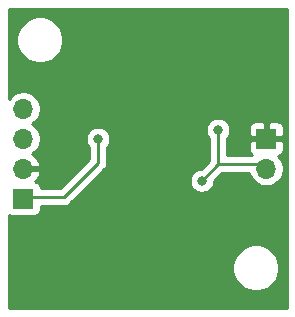
<source format=gbr>
%TF.GenerationSoftware,KiCad,Pcbnew,5.1.6-c6e7f7d~87~ubuntu18.04.1*%
%TF.CreationDate,2021-12-07T18:17:24-08:00*%
%TF.ProjectId,full-wave-rectifier,66756c6c-2d77-4617-9665-2d7265637469,rev?*%
%TF.SameCoordinates,Original*%
%TF.FileFunction,Copper,L2,Bot*%
%TF.FilePolarity,Positive*%
%FSLAX46Y46*%
G04 Gerber Fmt 4.6, Leading zero omitted, Abs format (unit mm)*
G04 Created by KiCad (PCBNEW 5.1.6-c6e7f7d~87~ubuntu18.04.1) date 2021-12-07 18:17:24*
%MOMM*%
%LPD*%
G01*
G04 APERTURE LIST*
%TA.AperFunction,ComponentPad*%
%ADD10O,1.700000X1.700000*%
%TD*%
%TA.AperFunction,ComponentPad*%
%ADD11R,1.700000X1.700000*%
%TD*%
%TA.AperFunction,ViaPad*%
%ADD12C,0.800000*%
%TD*%
%TA.AperFunction,Conductor*%
%ADD13C,0.250000*%
%TD*%
%TA.AperFunction,Conductor*%
%ADD14C,0.254000*%
%TD*%
G04 APERTURE END LIST*
D10*
%TO.P,J2,4*%
%TO.N,-15V*%
X141859000Y-92964000D03*
%TO.P,J2,3*%
%TO.N,+15V*%
X141859000Y-95504000D03*
%TO.P,J2,2*%
%TO.N,GND*%
X141859000Y-98044000D03*
D11*
%TO.P,J2,1*%
%TO.N,AC*%
X141859000Y-100584000D03*
%TD*%
D10*
%TO.P,J1,2*%
%TO.N,/Vout*%
X162433000Y-98044000D03*
D11*
%TO.P,J1,1*%
%TO.N,GND*%
X162433000Y-95504000D03*
%TD*%
D12*
%TO.N,GND*%
X154178000Y-99822000D03*
X146050000Y-98298000D03*
X149225000Y-99060000D03*
X153035000Y-91313000D03*
X154940000Y-93218000D03*
X145796000Y-91440000D03*
X159385000Y-100711000D03*
X151892000Y-100076000D03*
X148844000Y-102362000D03*
%TO.N,AC*%
X148209000Y-95504000D03*
%TO.N,/Vout*%
X156972000Y-99060000D03*
X158369000Y-94742000D03*
%TD*%
D13*
%TO.N,/Vout*%
X158369000Y-97663000D02*
X156972000Y-99060000D01*
X158369000Y-94742000D02*
X158369000Y-97663000D01*
X162052000Y-97663000D02*
X162433000Y-98044000D01*
X158369000Y-97663000D02*
X162179000Y-97663000D01*
%TO.N,AC*%
X142748000Y-100457000D02*
X141859000Y-100584000D01*
X145288000Y-100457000D02*
X142748000Y-100457000D01*
X148209000Y-95504000D02*
X148209000Y-97536000D01*
X148209000Y-97536000D02*
X145288000Y-100457000D01*
%TD*%
D14*
%TO.N,GND*%
G36*
X164186000Y-109830000D02*
G01*
X140614000Y-109830000D01*
X140614000Y-106230495D01*
X159559000Y-106230495D01*
X159559000Y-106621505D01*
X159635282Y-107005003D01*
X159784915Y-107366250D01*
X160002149Y-107691364D01*
X160278636Y-107967851D01*
X160603750Y-108185085D01*
X160964997Y-108334718D01*
X161348495Y-108411000D01*
X161739505Y-108411000D01*
X162123003Y-108334718D01*
X162484250Y-108185085D01*
X162809364Y-107967851D01*
X163085851Y-107691364D01*
X163303085Y-107366250D01*
X163452718Y-107005003D01*
X163529000Y-106621505D01*
X163529000Y-106230495D01*
X163452718Y-105846997D01*
X163303085Y-105485750D01*
X163085851Y-105160636D01*
X162809364Y-104884149D01*
X162484250Y-104666915D01*
X162123003Y-104517282D01*
X161739505Y-104441000D01*
X161348495Y-104441000D01*
X160964997Y-104517282D01*
X160603750Y-104666915D01*
X160278636Y-104884149D01*
X160002149Y-105160636D01*
X159784915Y-105485750D01*
X159635282Y-105846997D01*
X159559000Y-106230495D01*
X140614000Y-106230495D01*
X140614000Y-101931295D01*
X140654506Y-101964537D01*
X140764820Y-102023502D01*
X140884518Y-102059812D01*
X141009000Y-102072072D01*
X142709000Y-102072072D01*
X142833482Y-102059812D01*
X142953180Y-102023502D01*
X143063494Y-101964537D01*
X143160185Y-101885185D01*
X143239537Y-101788494D01*
X143298502Y-101678180D01*
X143334812Y-101558482D01*
X143347072Y-101434000D01*
X143347072Y-101217000D01*
X145250678Y-101217000D01*
X145288000Y-101220676D01*
X145325322Y-101217000D01*
X145325333Y-101217000D01*
X145436986Y-101206003D01*
X145580247Y-101162546D01*
X145712276Y-101091974D01*
X145828001Y-100997001D01*
X145851804Y-100967997D01*
X147861740Y-98958061D01*
X155937000Y-98958061D01*
X155937000Y-99161939D01*
X155976774Y-99361898D01*
X156054795Y-99550256D01*
X156168063Y-99719774D01*
X156312226Y-99863937D01*
X156481744Y-99977205D01*
X156670102Y-100055226D01*
X156870061Y-100095000D01*
X157073939Y-100095000D01*
X157273898Y-100055226D01*
X157462256Y-99977205D01*
X157631774Y-99863937D01*
X157775937Y-99719774D01*
X157889205Y-99550256D01*
X157967226Y-99361898D01*
X158007000Y-99161939D01*
X158007000Y-99099801D01*
X158683802Y-98423000D01*
X160994295Y-98423000D01*
X161005068Y-98477158D01*
X161117010Y-98747411D01*
X161279525Y-98990632D01*
X161486368Y-99197475D01*
X161729589Y-99359990D01*
X161999842Y-99471932D01*
X162286740Y-99529000D01*
X162579260Y-99529000D01*
X162866158Y-99471932D01*
X163136411Y-99359990D01*
X163379632Y-99197475D01*
X163586475Y-98990632D01*
X163748990Y-98747411D01*
X163860932Y-98477158D01*
X163918000Y-98190260D01*
X163918000Y-97897740D01*
X163860932Y-97610842D01*
X163748990Y-97340589D01*
X163586475Y-97097368D01*
X163454620Y-96965513D01*
X163527180Y-96943502D01*
X163637494Y-96884537D01*
X163734185Y-96805185D01*
X163813537Y-96708494D01*
X163872502Y-96598180D01*
X163908812Y-96478482D01*
X163921072Y-96354000D01*
X163918000Y-95789750D01*
X163759250Y-95631000D01*
X162560000Y-95631000D01*
X162560000Y-95651000D01*
X162306000Y-95651000D01*
X162306000Y-95631000D01*
X161106750Y-95631000D01*
X160948000Y-95789750D01*
X160944928Y-96354000D01*
X160957188Y-96478482D01*
X160993498Y-96598180D01*
X161052463Y-96708494D01*
X161131815Y-96805185D01*
X161228506Y-96884537D01*
X161263047Y-96903000D01*
X159129000Y-96903000D01*
X159129000Y-95445711D01*
X159172937Y-95401774D01*
X159286205Y-95232256D01*
X159364226Y-95043898D01*
X159404000Y-94843939D01*
X159404000Y-94654000D01*
X160944928Y-94654000D01*
X160948000Y-95218250D01*
X161106750Y-95377000D01*
X162306000Y-95377000D01*
X162306000Y-94177750D01*
X162560000Y-94177750D01*
X162560000Y-95377000D01*
X163759250Y-95377000D01*
X163918000Y-95218250D01*
X163921072Y-94654000D01*
X163908812Y-94529518D01*
X163872502Y-94409820D01*
X163813537Y-94299506D01*
X163734185Y-94202815D01*
X163637494Y-94123463D01*
X163527180Y-94064498D01*
X163407482Y-94028188D01*
X163283000Y-94015928D01*
X162718750Y-94019000D01*
X162560000Y-94177750D01*
X162306000Y-94177750D01*
X162147250Y-94019000D01*
X161583000Y-94015928D01*
X161458518Y-94028188D01*
X161338820Y-94064498D01*
X161228506Y-94123463D01*
X161131815Y-94202815D01*
X161052463Y-94299506D01*
X160993498Y-94409820D01*
X160957188Y-94529518D01*
X160944928Y-94654000D01*
X159404000Y-94654000D01*
X159404000Y-94640061D01*
X159364226Y-94440102D01*
X159286205Y-94251744D01*
X159172937Y-94082226D01*
X159028774Y-93938063D01*
X158859256Y-93824795D01*
X158670898Y-93746774D01*
X158470939Y-93707000D01*
X158267061Y-93707000D01*
X158067102Y-93746774D01*
X157878744Y-93824795D01*
X157709226Y-93938063D01*
X157565063Y-94082226D01*
X157451795Y-94251744D01*
X157373774Y-94440102D01*
X157334000Y-94640061D01*
X157334000Y-94843939D01*
X157373774Y-95043898D01*
X157451795Y-95232256D01*
X157565063Y-95401774D01*
X157609000Y-95445711D01*
X157609001Y-97348197D01*
X156932199Y-98025000D01*
X156870061Y-98025000D01*
X156670102Y-98064774D01*
X156481744Y-98142795D01*
X156312226Y-98256063D01*
X156168063Y-98400226D01*
X156054795Y-98569744D01*
X155976774Y-98758102D01*
X155937000Y-98958061D01*
X147861740Y-98958061D01*
X148720003Y-98099799D01*
X148749001Y-98076001D01*
X148843974Y-97960276D01*
X148914546Y-97828247D01*
X148958003Y-97684986D01*
X148969000Y-97573333D01*
X148969000Y-97573323D01*
X148972676Y-97536000D01*
X148969000Y-97498677D01*
X148969000Y-96207711D01*
X149012937Y-96163774D01*
X149126205Y-95994256D01*
X149204226Y-95805898D01*
X149244000Y-95605939D01*
X149244000Y-95402061D01*
X149204226Y-95202102D01*
X149126205Y-95013744D01*
X149012937Y-94844226D01*
X148868774Y-94700063D01*
X148699256Y-94586795D01*
X148510898Y-94508774D01*
X148310939Y-94469000D01*
X148107061Y-94469000D01*
X147907102Y-94508774D01*
X147718744Y-94586795D01*
X147549226Y-94700063D01*
X147405063Y-94844226D01*
X147291795Y-95013744D01*
X147213774Y-95202102D01*
X147174000Y-95402061D01*
X147174000Y-95605939D01*
X147213774Y-95805898D01*
X147291795Y-95994256D01*
X147405063Y-96163774D01*
X147449000Y-96207711D01*
X147449001Y-97221197D01*
X144973199Y-99697000D01*
X143343428Y-99697000D01*
X143334812Y-99609518D01*
X143298502Y-99489820D01*
X143239537Y-99379506D01*
X143160185Y-99282815D01*
X143063494Y-99203463D01*
X142953180Y-99144498D01*
X142872534Y-99120034D01*
X142956588Y-99044269D01*
X143130641Y-98810920D01*
X143255825Y-98548099D01*
X143300476Y-98400890D01*
X143179155Y-98171000D01*
X141986000Y-98171000D01*
X141986000Y-98191000D01*
X141732000Y-98191000D01*
X141732000Y-98171000D01*
X141712000Y-98171000D01*
X141712000Y-97917000D01*
X141732000Y-97917000D01*
X141732000Y-97897000D01*
X141986000Y-97897000D01*
X141986000Y-97917000D01*
X143179155Y-97917000D01*
X143300476Y-97687110D01*
X143255825Y-97539901D01*
X143130641Y-97277080D01*
X142956588Y-97043731D01*
X142740355Y-96848822D01*
X142623466Y-96779195D01*
X142805632Y-96657475D01*
X143012475Y-96450632D01*
X143174990Y-96207411D01*
X143286932Y-95937158D01*
X143344000Y-95650260D01*
X143344000Y-95357740D01*
X143286932Y-95070842D01*
X143174990Y-94800589D01*
X143012475Y-94557368D01*
X142805632Y-94350525D01*
X142631240Y-94234000D01*
X142805632Y-94117475D01*
X143012475Y-93910632D01*
X143174990Y-93667411D01*
X143286932Y-93397158D01*
X143344000Y-93110260D01*
X143344000Y-92817740D01*
X143286932Y-92530842D01*
X143174990Y-92260589D01*
X143012475Y-92017368D01*
X142805632Y-91810525D01*
X142562411Y-91648010D01*
X142292158Y-91536068D01*
X142005260Y-91479000D01*
X141712740Y-91479000D01*
X141425842Y-91536068D01*
X141155589Y-91648010D01*
X140912368Y-91810525D01*
X140705525Y-92017368D01*
X140614000Y-92154345D01*
X140614000Y-86926495D01*
X141271000Y-86926495D01*
X141271000Y-87317505D01*
X141347282Y-87701003D01*
X141496915Y-88062250D01*
X141714149Y-88387364D01*
X141990636Y-88663851D01*
X142315750Y-88881085D01*
X142676997Y-89030718D01*
X143060495Y-89107000D01*
X143451505Y-89107000D01*
X143835003Y-89030718D01*
X144196250Y-88881085D01*
X144521364Y-88663851D01*
X144797851Y-88387364D01*
X145015085Y-88062250D01*
X145164718Y-87701003D01*
X145241000Y-87317505D01*
X145241000Y-86926495D01*
X145164718Y-86542997D01*
X145015085Y-86181750D01*
X144797851Y-85856636D01*
X144521364Y-85580149D01*
X144196250Y-85362915D01*
X143835003Y-85213282D01*
X143451505Y-85137000D01*
X143060495Y-85137000D01*
X142676997Y-85213282D01*
X142315750Y-85362915D01*
X141990636Y-85580149D01*
X141714149Y-85856636D01*
X141496915Y-86181750D01*
X141347282Y-86542997D01*
X141271000Y-86926495D01*
X140614000Y-86926495D01*
X140614000Y-84480000D01*
X164186001Y-84480000D01*
X164186000Y-109830000D01*
G37*
X164186000Y-109830000D02*
X140614000Y-109830000D01*
X140614000Y-106230495D01*
X159559000Y-106230495D01*
X159559000Y-106621505D01*
X159635282Y-107005003D01*
X159784915Y-107366250D01*
X160002149Y-107691364D01*
X160278636Y-107967851D01*
X160603750Y-108185085D01*
X160964997Y-108334718D01*
X161348495Y-108411000D01*
X161739505Y-108411000D01*
X162123003Y-108334718D01*
X162484250Y-108185085D01*
X162809364Y-107967851D01*
X163085851Y-107691364D01*
X163303085Y-107366250D01*
X163452718Y-107005003D01*
X163529000Y-106621505D01*
X163529000Y-106230495D01*
X163452718Y-105846997D01*
X163303085Y-105485750D01*
X163085851Y-105160636D01*
X162809364Y-104884149D01*
X162484250Y-104666915D01*
X162123003Y-104517282D01*
X161739505Y-104441000D01*
X161348495Y-104441000D01*
X160964997Y-104517282D01*
X160603750Y-104666915D01*
X160278636Y-104884149D01*
X160002149Y-105160636D01*
X159784915Y-105485750D01*
X159635282Y-105846997D01*
X159559000Y-106230495D01*
X140614000Y-106230495D01*
X140614000Y-101931295D01*
X140654506Y-101964537D01*
X140764820Y-102023502D01*
X140884518Y-102059812D01*
X141009000Y-102072072D01*
X142709000Y-102072072D01*
X142833482Y-102059812D01*
X142953180Y-102023502D01*
X143063494Y-101964537D01*
X143160185Y-101885185D01*
X143239537Y-101788494D01*
X143298502Y-101678180D01*
X143334812Y-101558482D01*
X143347072Y-101434000D01*
X143347072Y-101217000D01*
X145250678Y-101217000D01*
X145288000Y-101220676D01*
X145325322Y-101217000D01*
X145325333Y-101217000D01*
X145436986Y-101206003D01*
X145580247Y-101162546D01*
X145712276Y-101091974D01*
X145828001Y-100997001D01*
X145851804Y-100967997D01*
X147861740Y-98958061D01*
X155937000Y-98958061D01*
X155937000Y-99161939D01*
X155976774Y-99361898D01*
X156054795Y-99550256D01*
X156168063Y-99719774D01*
X156312226Y-99863937D01*
X156481744Y-99977205D01*
X156670102Y-100055226D01*
X156870061Y-100095000D01*
X157073939Y-100095000D01*
X157273898Y-100055226D01*
X157462256Y-99977205D01*
X157631774Y-99863937D01*
X157775937Y-99719774D01*
X157889205Y-99550256D01*
X157967226Y-99361898D01*
X158007000Y-99161939D01*
X158007000Y-99099801D01*
X158683802Y-98423000D01*
X160994295Y-98423000D01*
X161005068Y-98477158D01*
X161117010Y-98747411D01*
X161279525Y-98990632D01*
X161486368Y-99197475D01*
X161729589Y-99359990D01*
X161999842Y-99471932D01*
X162286740Y-99529000D01*
X162579260Y-99529000D01*
X162866158Y-99471932D01*
X163136411Y-99359990D01*
X163379632Y-99197475D01*
X163586475Y-98990632D01*
X163748990Y-98747411D01*
X163860932Y-98477158D01*
X163918000Y-98190260D01*
X163918000Y-97897740D01*
X163860932Y-97610842D01*
X163748990Y-97340589D01*
X163586475Y-97097368D01*
X163454620Y-96965513D01*
X163527180Y-96943502D01*
X163637494Y-96884537D01*
X163734185Y-96805185D01*
X163813537Y-96708494D01*
X163872502Y-96598180D01*
X163908812Y-96478482D01*
X163921072Y-96354000D01*
X163918000Y-95789750D01*
X163759250Y-95631000D01*
X162560000Y-95631000D01*
X162560000Y-95651000D01*
X162306000Y-95651000D01*
X162306000Y-95631000D01*
X161106750Y-95631000D01*
X160948000Y-95789750D01*
X160944928Y-96354000D01*
X160957188Y-96478482D01*
X160993498Y-96598180D01*
X161052463Y-96708494D01*
X161131815Y-96805185D01*
X161228506Y-96884537D01*
X161263047Y-96903000D01*
X159129000Y-96903000D01*
X159129000Y-95445711D01*
X159172937Y-95401774D01*
X159286205Y-95232256D01*
X159364226Y-95043898D01*
X159404000Y-94843939D01*
X159404000Y-94654000D01*
X160944928Y-94654000D01*
X160948000Y-95218250D01*
X161106750Y-95377000D01*
X162306000Y-95377000D01*
X162306000Y-94177750D01*
X162560000Y-94177750D01*
X162560000Y-95377000D01*
X163759250Y-95377000D01*
X163918000Y-95218250D01*
X163921072Y-94654000D01*
X163908812Y-94529518D01*
X163872502Y-94409820D01*
X163813537Y-94299506D01*
X163734185Y-94202815D01*
X163637494Y-94123463D01*
X163527180Y-94064498D01*
X163407482Y-94028188D01*
X163283000Y-94015928D01*
X162718750Y-94019000D01*
X162560000Y-94177750D01*
X162306000Y-94177750D01*
X162147250Y-94019000D01*
X161583000Y-94015928D01*
X161458518Y-94028188D01*
X161338820Y-94064498D01*
X161228506Y-94123463D01*
X161131815Y-94202815D01*
X161052463Y-94299506D01*
X160993498Y-94409820D01*
X160957188Y-94529518D01*
X160944928Y-94654000D01*
X159404000Y-94654000D01*
X159404000Y-94640061D01*
X159364226Y-94440102D01*
X159286205Y-94251744D01*
X159172937Y-94082226D01*
X159028774Y-93938063D01*
X158859256Y-93824795D01*
X158670898Y-93746774D01*
X158470939Y-93707000D01*
X158267061Y-93707000D01*
X158067102Y-93746774D01*
X157878744Y-93824795D01*
X157709226Y-93938063D01*
X157565063Y-94082226D01*
X157451795Y-94251744D01*
X157373774Y-94440102D01*
X157334000Y-94640061D01*
X157334000Y-94843939D01*
X157373774Y-95043898D01*
X157451795Y-95232256D01*
X157565063Y-95401774D01*
X157609000Y-95445711D01*
X157609001Y-97348197D01*
X156932199Y-98025000D01*
X156870061Y-98025000D01*
X156670102Y-98064774D01*
X156481744Y-98142795D01*
X156312226Y-98256063D01*
X156168063Y-98400226D01*
X156054795Y-98569744D01*
X155976774Y-98758102D01*
X155937000Y-98958061D01*
X147861740Y-98958061D01*
X148720003Y-98099799D01*
X148749001Y-98076001D01*
X148843974Y-97960276D01*
X148914546Y-97828247D01*
X148958003Y-97684986D01*
X148969000Y-97573333D01*
X148969000Y-97573323D01*
X148972676Y-97536000D01*
X148969000Y-97498677D01*
X148969000Y-96207711D01*
X149012937Y-96163774D01*
X149126205Y-95994256D01*
X149204226Y-95805898D01*
X149244000Y-95605939D01*
X149244000Y-95402061D01*
X149204226Y-95202102D01*
X149126205Y-95013744D01*
X149012937Y-94844226D01*
X148868774Y-94700063D01*
X148699256Y-94586795D01*
X148510898Y-94508774D01*
X148310939Y-94469000D01*
X148107061Y-94469000D01*
X147907102Y-94508774D01*
X147718744Y-94586795D01*
X147549226Y-94700063D01*
X147405063Y-94844226D01*
X147291795Y-95013744D01*
X147213774Y-95202102D01*
X147174000Y-95402061D01*
X147174000Y-95605939D01*
X147213774Y-95805898D01*
X147291795Y-95994256D01*
X147405063Y-96163774D01*
X147449000Y-96207711D01*
X147449001Y-97221197D01*
X144973199Y-99697000D01*
X143343428Y-99697000D01*
X143334812Y-99609518D01*
X143298502Y-99489820D01*
X143239537Y-99379506D01*
X143160185Y-99282815D01*
X143063494Y-99203463D01*
X142953180Y-99144498D01*
X142872534Y-99120034D01*
X142956588Y-99044269D01*
X143130641Y-98810920D01*
X143255825Y-98548099D01*
X143300476Y-98400890D01*
X143179155Y-98171000D01*
X141986000Y-98171000D01*
X141986000Y-98191000D01*
X141732000Y-98191000D01*
X141732000Y-98171000D01*
X141712000Y-98171000D01*
X141712000Y-97917000D01*
X141732000Y-97917000D01*
X141732000Y-97897000D01*
X141986000Y-97897000D01*
X141986000Y-97917000D01*
X143179155Y-97917000D01*
X143300476Y-97687110D01*
X143255825Y-97539901D01*
X143130641Y-97277080D01*
X142956588Y-97043731D01*
X142740355Y-96848822D01*
X142623466Y-96779195D01*
X142805632Y-96657475D01*
X143012475Y-96450632D01*
X143174990Y-96207411D01*
X143286932Y-95937158D01*
X143344000Y-95650260D01*
X143344000Y-95357740D01*
X143286932Y-95070842D01*
X143174990Y-94800589D01*
X143012475Y-94557368D01*
X142805632Y-94350525D01*
X142631240Y-94234000D01*
X142805632Y-94117475D01*
X143012475Y-93910632D01*
X143174990Y-93667411D01*
X143286932Y-93397158D01*
X143344000Y-93110260D01*
X143344000Y-92817740D01*
X143286932Y-92530842D01*
X143174990Y-92260589D01*
X143012475Y-92017368D01*
X142805632Y-91810525D01*
X142562411Y-91648010D01*
X142292158Y-91536068D01*
X142005260Y-91479000D01*
X141712740Y-91479000D01*
X141425842Y-91536068D01*
X141155589Y-91648010D01*
X140912368Y-91810525D01*
X140705525Y-92017368D01*
X140614000Y-92154345D01*
X140614000Y-86926495D01*
X141271000Y-86926495D01*
X141271000Y-87317505D01*
X141347282Y-87701003D01*
X141496915Y-88062250D01*
X141714149Y-88387364D01*
X141990636Y-88663851D01*
X142315750Y-88881085D01*
X142676997Y-89030718D01*
X143060495Y-89107000D01*
X143451505Y-89107000D01*
X143835003Y-89030718D01*
X144196250Y-88881085D01*
X144521364Y-88663851D01*
X144797851Y-88387364D01*
X145015085Y-88062250D01*
X145164718Y-87701003D01*
X145241000Y-87317505D01*
X145241000Y-86926495D01*
X145164718Y-86542997D01*
X145015085Y-86181750D01*
X144797851Y-85856636D01*
X144521364Y-85580149D01*
X144196250Y-85362915D01*
X143835003Y-85213282D01*
X143451505Y-85137000D01*
X143060495Y-85137000D01*
X142676997Y-85213282D01*
X142315750Y-85362915D01*
X141990636Y-85580149D01*
X141714149Y-85856636D01*
X141496915Y-86181750D01*
X141347282Y-86542997D01*
X141271000Y-86926495D01*
X140614000Y-86926495D01*
X140614000Y-84480000D01*
X164186001Y-84480000D01*
X164186000Y-109830000D01*
%TD*%
M02*

</source>
